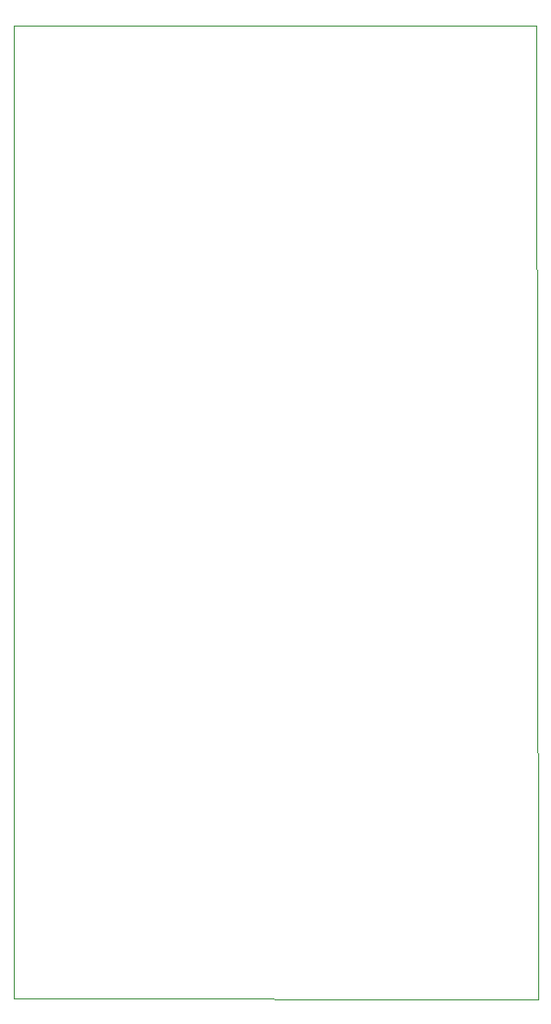
<source format=gbr>
G04 #@! TF.GenerationSoftware,KiCad,Pcbnew,(5.1.5)-3*
G04 #@! TF.CreationDate,2019-12-12T17:13:38-08:00*
G04 #@! TF.ProjectId,EsperDNS,45737065-7244-44e5-932e-6b696361645f,rev?*
G04 #@! TF.SameCoordinates,Original*
G04 #@! TF.FileFunction,Profile,NP*
%FSLAX46Y46*%
G04 Gerber Fmt 4.6, Leading zero omitted, Abs format (unit mm)*
G04 Created by KiCad (PCBNEW (5.1.5)-3) date 2019-12-12 17:13:38*
%MOMM*%
%LPD*%
G04 APERTURE LIST*
%ADD10C,0.100000*%
G04 APERTURE END LIST*
D10*
X161734500Y-139115800D02*
X161620200Y-55968900D01*
X161734500Y-139712700D02*
X161734500Y-139115800D01*
X116624100Y-139649200D02*
X161734500Y-139712700D01*
X116649500Y-55968900D02*
X116624100Y-139649200D01*
X161620200Y-55968900D02*
X116649500Y-55968900D01*
M02*

</source>
